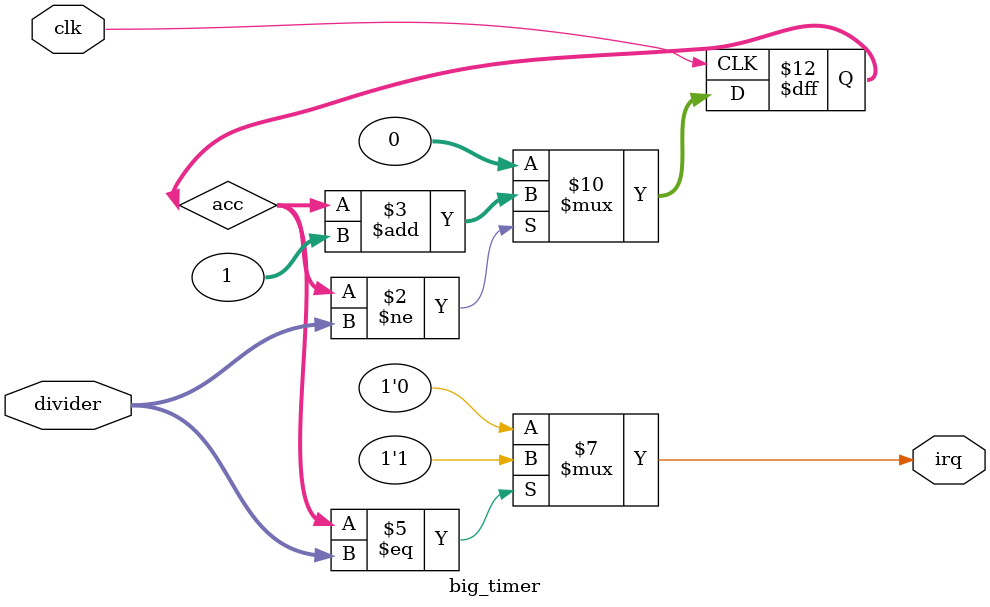
<source format=sv>

module timer(input logic clk, input logic [22:0] divider, output logic irq);

logic [22:0] acc;

always_ff @ (posedge clk) begin
    if (acc != divider)
        acc <= acc + 1;
    else
        acc <= 23'b0;
end

always_comb begin
    if (acc == divider) begin
        irq = 1'b1;
    end
    else begin
        irq = 1'b0;
    end
end

endmodule

module big_timer(input logic clk, input logic [31:0] divider, output logic irq);

logic [31:0] acc;

always_ff @ (posedge clk) begin
    if (acc != divider)
        acc <= acc + 1;
    else
        acc <= 23'b0;
end

always_comb begin
    if (acc == divider) begin
        irq = 1'b1;
    end
    else begin
        irq = 1'b0;
    end
end

endmodule
</source>
